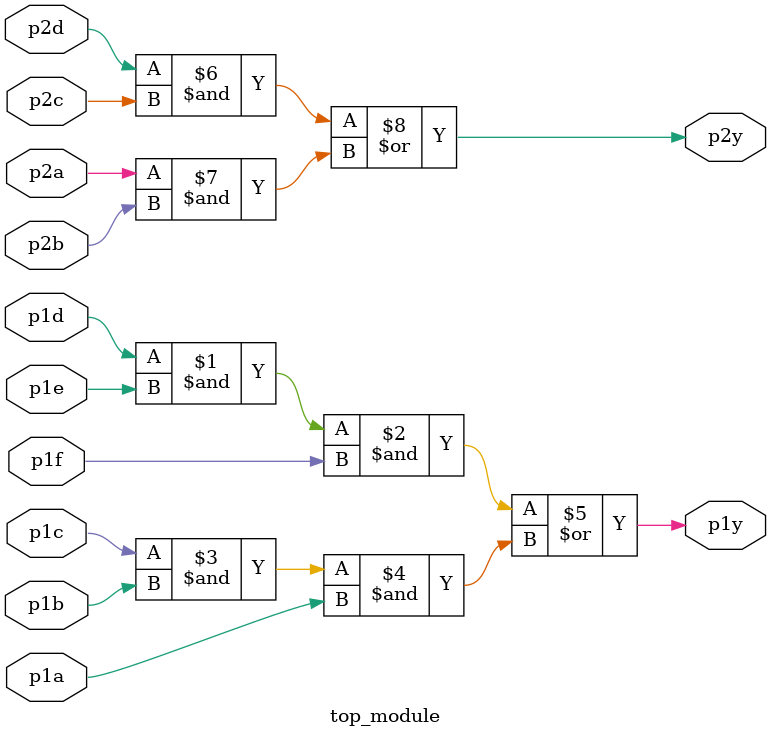
<source format=v>
module top_module ( 
    input p1a, p1b, p1c, p1d, p1e, p1f,
    output p1y,
    input p2a, p2b, p2c, p2d,
    output p2y );
    assign p1y=(p1d & p1e & p1f)|(p1c & p1b & p1a);
    assign p2y=(p2d & p2c) | (p2a & p2b);
endmodule

</source>
